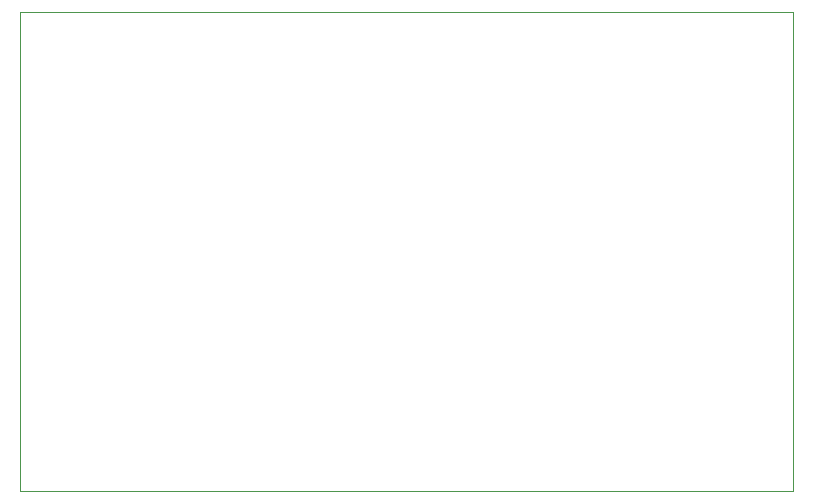
<source format=gbr>
%TF.GenerationSoftware,KiCad,Pcbnew,9.0.7*%
%TF.CreationDate,2026-02-17T16:16:19+01:00*%
%TF.ProjectId,FDD-Final,4644442d-4669-46e6-916c-2e6b69636164,rev?*%
%TF.SameCoordinates,Original*%
%TF.FileFunction,Profile,NP*%
%FSLAX46Y46*%
G04 Gerber Fmt 4.6, Leading zero omitted, Abs format (unit mm)*
G04 Created by KiCad (PCBNEW 9.0.7) date 2026-02-17 16:16:19*
%MOMM*%
%LPD*%
G01*
G04 APERTURE LIST*
%TA.AperFunction,Profile*%
%ADD10C,0.050000*%
%TD*%
G04 APERTURE END LIST*
D10*
X117665500Y-73817740D02*
X183165500Y-73817740D01*
X183165500Y-114317740D01*
X117665500Y-114317740D01*
X117665500Y-73817740D01*
M02*

</source>
